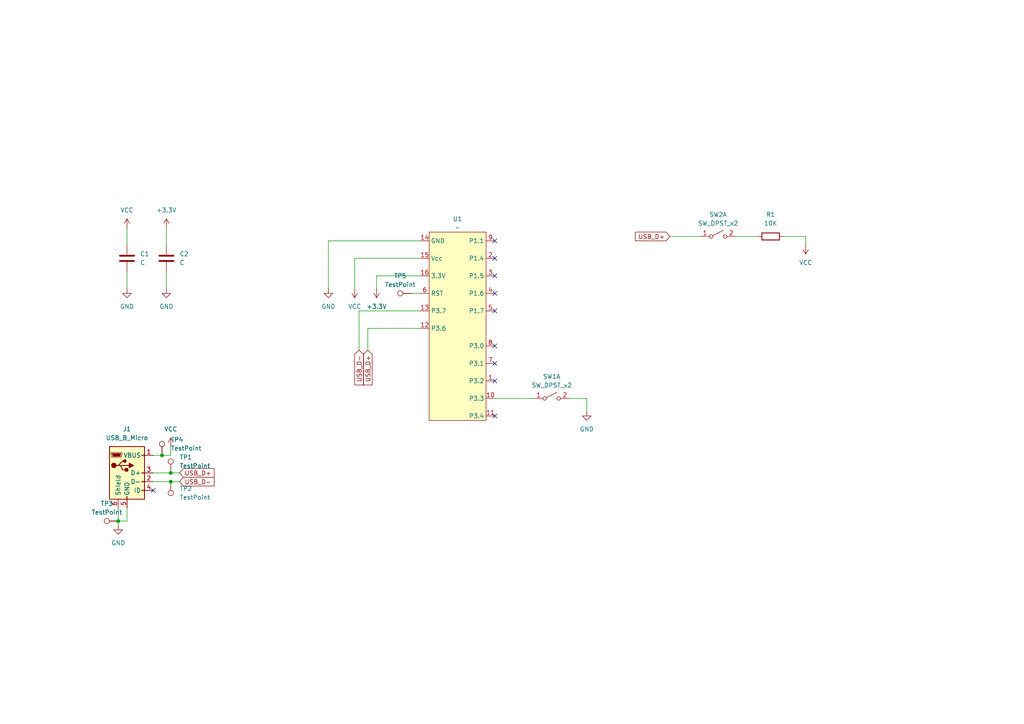
<source format=kicad_sch>
(kicad_sch
	(version 20231120)
	(generator "eeschema")
	(generator_version "8.0")
	(uuid "87a9b217-14e1-4c0f-96ac-c95ab589daac")
	(paper "A4")
	(lib_symbols
		(symbol "Connector:TestPoint"
			(pin_numbers hide)
			(pin_names
				(offset 0.762) hide)
			(exclude_from_sim no)
			(in_bom yes)
			(on_board yes)
			(property "Reference" "TP"
				(at 0 6.858 0)
				(effects
					(font
						(size 1.27 1.27)
					)
				)
			)
			(property "Value" "TestPoint"
				(at 0 5.08 0)
				(effects
					(font
						(size 1.27 1.27)
					)
				)
			)
			(property "Footprint" ""
				(at 5.08 0 0)
				(effects
					(font
						(size 1.27 1.27)
					)
					(hide yes)
				)
			)
			(property "Datasheet" "~"
				(at 5.08 0 0)
				(effects
					(font
						(size 1.27 1.27)
					)
					(hide yes)
				)
			)
			(property "Description" "test point"
				(at 0 0 0)
				(effects
					(font
						(size 1.27 1.27)
					)
					(hide yes)
				)
			)
			(property "ki_keywords" "test point tp"
				(at 0 0 0)
				(effects
					(font
						(size 1.27 1.27)
					)
					(hide yes)
				)
			)
			(property "ki_fp_filters" "Pin* Test*"
				(at 0 0 0)
				(effects
					(font
						(size 1.27 1.27)
					)
					(hide yes)
				)
			)
			(symbol "TestPoint_0_1"
				(circle
					(center 0 3.302)
					(radius 0.762)
					(stroke
						(width 0)
						(type default)
					)
					(fill
						(type none)
					)
				)
			)
			(symbol "TestPoint_1_1"
				(pin passive line
					(at 0 0 90)
					(length 2.54)
					(name "1"
						(effects
							(font
								(size 1.27 1.27)
							)
						)
					)
					(number "1"
						(effects
							(font
								(size 1.27 1.27)
							)
						)
					)
				)
			)
		)
		(symbol "Connector:USB_B_Micro"
			(pin_names
				(offset 1.016)
			)
			(exclude_from_sim no)
			(in_bom yes)
			(on_board yes)
			(property "Reference" "J"
				(at -5.08 11.43 0)
				(effects
					(font
						(size 1.27 1.27)
					)
					(justify left)
				)
			)
			(property "Value" "USB_B_Micro"
				(at -5.08 8.89 0)
				(effects
					(font
						(size 1.27 1.27)
					)
					(justify left)
				)
			)
			(property "Footprint" ""
				(at 3.81 -1.27 0)
				(effects
					(font
						(size 1.27 1.27)
					)
					(hide yes)
				)
			)
			(property "Datasheet" "~"
				(at 3.81 -1.27 0)
				(effects
					(font
						(size 1.27 1.27)
					)
					(hide yes)
				)
			)
			(property "Description" "USB Micro Type B connector"
				(at 0 0 0)
				(effects
					(font
						(size 1.27 1.27)
					)
					(hide yes)
				)
			)
			(property "ki_keywords" "connector USB micro"
				(at 0 0 0)
				(effects
					(font
						(size 1.27 1.27)
					)
					(hide yes)
				)
			)
			(property "ki_fp_filters" "USB*"
				(at 0 0 0)
				(effects
					(font
						(size 1.27 1.27)
					)
					(hide yes)
				)
			)
			(symbol "USB_B_Micro_0_1"
				(rectangle
					(start -5.08 -7.62)
					(end 5.08 7.62)
					(stroke
						(width 0.254)
						(type default)
					)
					(fill
						(type background)
					)
				)
				(circle
					(center -3.81 2.159)
					(radius 0.635)
					(stroke
						(width 0.254)
						(type default)
					)
					(fill
						(type outline)
					)
				)
				(circle
					(center -0.635 3.429)
					(radius 0.381)
					(stroke
						(width 0.254)
						(type default)
					)
					(fill
						(type outline)
					)
				)
				(rectangle
					(start -0.127 -7.62)
					(end 0.127 -6.858)
					(stroke
						(width 0)
						(type default)
					)
					(fill
						(type none)
					)
				)
				(polyline
					(pts
						(xy -1.905 2.159) (xy 0.635 2.159)
					)
					(stroke
						(width 0.254)
						(type default)
					)
					(fill
						(type none)
					)
				)
				(polyline
					(pts
						(xy -3.175 2.159) (xy -2.54 2.159) (xy -1.27 3.429) (xy -0.635 3.429)
					)
					(stroke
						(width 0.254)
						(type default)
					)
					(fill
						(type none)
					)
				)
				(polyline
					(pts
						(xy -2.54 2.159) (xy -1.905 2.159) (xy -1.27 0.889) (xy 0 0.889)
					)
					(stroke
						(width 0.254)
						(type default)
					)
					(fill
						(type none)
					)
				)
				(polyline
					(pts
						(xy 0.635 2.794) (xy 0.635 1.524) (xy 1.905 2.159) (xy 0.635 2.794)
					)
					(stroke
						(width 0.254)
						(type default)
					)
					(fill
						(type outline)
					)
				)
				(polyline
					(pts
						(xy -4.318 5.588) (xy -1.778 5.588) (xy -2.032 4.826) (xy -4.064 4.826) (xy -4.318 5.588)
					)
					(stroke
						(width 0)
						(type default)
					)
					(fill
						(type outline)
					)
				)
				(polyline
					(pts
						(xy -4.699 5.842) (xy -4.699 5.588) (xy -4.445 4.826) (xy -4.445 4.572) (xy -1.651 4.572) (xy -1.651 4.826)
						(xy -1.397 5.588) (xy -1.397 5.842) (xy -4.699 5.842)
					)
					(stroke
						(width 0)
						(type default)
					)
					(fill
						(type none)
					)
				)
				(rectangle
					(start 0.254 1.27)
					(end -0.508 0.508)
					(stroke
						(width 0.254)
						(type default)
					)
					(fill
						(type outline)
					)
				)
				(rectangle
					(start 5.08 -5.207)
					(end 4.318 -4.953)
					(stroke
						(width 0)
						(type default)
					)
					(fill
						(type none)
					)
				)
				(rectangle
					(start 5.08 -2.667)
					(end 4.318 -2.413)
					(stroke
						(width 0)
						(type default)
					)
					(fill
						(type none)
					)
				)
				(rectangle
					(start 5.08 -0.127)
					(end 4.318 0.127)
					(stroke
						(width 0)
						(type default)
					)
					(fill
						(type none)
					)
				)
				(rectangle
					(start 5.08 4.953)
					(end 4.318 5.207)
					(stroke
						(width 0)
						(type default)
					)
					(fill
						(type none)
					)
				)
			)
			(symbol "USB_B_Micro_1_1"
				(pin power_out line
					(at 7.62 5.08 180)
					(length 2.54)
					(name "VBUS"
						(effects
							(font
								(size 1.27 1.27)
							)
						)
					)
					(number "1"
						(effects
							(font
								(size 1.27 1.27)
							)
						)
					)
				)
				(pin bidirectional line
					(at 7.62 -2.54 180)
					(length 2.54)
					(name "D-"
						(effects
							(font
								(size 1.27 1.27)
							)
						)
					)
					(number "2"
						(effects
							(font
								(size 1.27 1.27)
							)
						)
					)
				)
				(pin bidirectional line
					(at 7.62 0 180)
					(length 2.54)
					(name "D+"
						(effects
							(font
								(size 1.27 1.27)
							)
						)
					)
					(number "3"
						(effects
							(font
								(size 1.27 1.27)
							)
						)
					)
				)
				(pin passive line
					(at 7.62 -5.08 180)
					(length 2.54)
					(name "ID"
						(effects
							(font
								(size 1.27 1.27)
							)
						)
					)
					(number "4"
						(effects
							(font
								(size 1.27 1.27)
							)
						)
					)
				)
				(pin power_out line
					(at 0 -10.16 90)
					(length 2.54)
					(name "GND"
						(effects
							(font
								(size 1.27 1.27)
							)
						)
					)
					(number "5"
						(effects
							(font
								(size 1.27 1.27)
							)
						)
					)
				)
				(pin passive line
					(at -2.54 -10.16 90)
					(length 2.54)
					(name "Shield"
						(effects
							(font
								(size 1.27 1.27)
							)
						)
					)
					(number "6"
						(effects
							(font
								(size 1.27 1.27)
							)
						)
					)
				)
			)
		)
		(symbol "Device:C"
			(pin_numbers hide)
			(pin_names
				(offset 0.254)
			)
			(exclude_from_sim no)
			(in_bom yes)
			(on_board yes)
			(property "Reference" "C"
				(at 0.635 2.54 0)
				(effects
					(font
						(size 1.27 1.27)
					)
					(justify left)
				)
			)
			(property "Value" "C"
				(at 0.635 -2.54 0)
				(effects
					(font
						(size 1.27 1.27)
					)
					(justify left)
				)
			)
			(property "Footprint" ""
				(at 0.9652 -3.81 0)
				(effects
					(font
						(size 1.27 1.27)
					)
					(hide yes)
				)
			)
			(property "Datasheet" "~"
				(at 0 0 0)
				(effects
					(font
						(size 1.27 1.27)
					)
					(hide yes)
				)
			)
			(property "Description" "Unpolarized capacitor"
				(at 0 0 0)
				(effects
					(font
						(size 1.27 1.27)
					)
					(hide yes)
				)
			)
			(property "ki_keywords" "cap capacitor"
				(at 0 0 0)
				(effects
					(font
						(size 1.27 1.27)
					)
					(hide yes)
				)
			)
			(property "ki_fp_filters" "C_*"
				(at 0 0 0)
				(effects
					(font
						(size 1.27 1.27)
					)
					(hide yes)
				)
			)
			(symbol "C_0_1"
				(polyline
					(pts
						(xy -2.032 -0.762) (xy 2.032 -0.762)
					)
					(stroke
						(width 0.508)
						(type default)
					)
					(fill
						(type none)
					)
				)
				(polyline
					(pts
						(xy -2.032 0.762) (xy 2.032 0.762)
					)
					(stroke
						(width 0.508)
						(type default)
					)
					(fill
						(type none)
					)
				)
			)
			(symbol "C_1_1"
				(pin passive line
					(at 0 3.81 270)
					(length 2.794)
					(name "~"
						(effects
							(font
								(size 1.27 1.27)
							)
						)
					)
					(number "1"
						(effects
							(font
								(size 1.27 1.27)
							)
						)
					)
				)
				(pin passive line
					(at 0 -3.81 90)
					(length 2.794)
					(name "~"
						(effects
							(font
								(size 1.27 1.27)
							)
						)
					)
					(number "2"
						(effects
							(font
								(size 1.27 1.27)
							)
						)
					)
				)
			)
		)
		(symbol "Device:R"
			(pin_numbers hide)
			(pin_names
				(offset 0)
			)
			(exclude_from_sim no)
			(in_bom yes)
			(on_board yes)
			(property "Reference" "R"
				(at 2.032 0 90)
				(effects
					(font
						(size 1.27 1.27)
					)
				)
			)
			(property "Value" "R"
				(at 0 0 90)
				(effects
					(font
						(size 1.27 1.27)
					)
				)
			)
			(property "Footprint" ""
				(at -1.778 0 90)
				(effects
					(font
						(size 1.27 1.27)
					)
					(hide yes)
				)
			)
			(property "Datasheet" "~"
				(at 0 0 0)
				(effects
					(font
						(size 1.27 1.27)
					)
					(hide yes)
				)
			)
			(property "Description" "Resistor"
				(at 0 0 0)
				(effects
					(font
						(size 1.27 1.27)
					)
					(hide yes)
				)
			)
			(property "ki_keywords" "R res resistor"
				(at 0 0 0)
				(effects
					(font
						(size 1.27 1.27)
					)
					(hide yes)
				)
			)
			(property "ki_fp_filters" "R_*"
				(at 0 0 0)
				(effects
					(font
						(size 1.27 1.27)
					)
					(hide yes)
				)
			)
			(symbol "R_0_1"
				(rectangle
					(start -1.016 -2.54)
					(end 1.016 2.54)
					(stroke
						(width 0.254)
						(type default)
					)
					(fill
						(type none)
					)
				)
			)
			(symbol "R_1_1"
				(pin passive line
					(at 0 3.81 270)
					(length 1.27)
					(name "~"
						(effects
							(font
								(size 1.27 1.27)
							)
						)
					)
					(number "1"
						(effects
							(font
								(size 1.27 1.27)
							)
						)
					)
				)
				(pin passive line
					(at 0 -3.81 90)
					(length 1.27)
					(name "~"
						(effects
							(font
								(size 1.27 1.27)
							)
						)
					)
					(number "2"
						(effects
							(font
								(size 1.27 1.27)
							)
						)
					)
				)
			)
		)
		(symbol "Switch:SW_DPST_x2"
			(pin_names
				(offset 0) hide)
			(exclude_from_sim no)
			(in_bom yes)
			(on_board yes)
			(property "Reference" "SW"
				(at 0 3.175 0)
				(effects
					(font
						(size 1.27 1.27)
					)
				)
			)
			(property "Value" "SW_DPST_x2"
				(at 0 -2.54 0)
				(effects
					(font
						(size 1.27 1.27)
					)
				)
			)
			(property "Footprint" ""
				(at 0 0 0)
				(effects
					(font
						(size 1.27 1.27)
					)
					(hide yes)
				)
			)
			(property "Datasheet" "~"
				(at 0 0 0)
				(effects
					(font
						(size 1.27 1.27)
					)
					(hide yes)
				)
			)
			(property "Description" "Single Pole Single Throw (SPST) switch, separate symbol"
				(at 0 0 0)
				(effects
					(font
						(size 1.27 1.27)
					)
					(hide yes)
				)
			)
			(property "ki_keywords" "switch lever"
				(at 0 0 0)
				(effects
					(font
						(size 1.27 1.27)
					)
					(hide yes)
				)
			)
			(symbol "SW_DPST_x2_0_0"
				(circle
					(center -2.032 0)
					(radius 0.508)
					(stroke
						(width 0)
						(type default)
					)
					(fill
						(type none)
					)
				)
				(polyline
					(pts
						(xy -1.524 0.254) (xy 1.524 1.778)
					)
					(stroke
						(width 0)
						(type default)
					)
					(fill
						(type none)
					)
				)
				(circle
					(center 2.032 0)
					(radius 0.508)
					(stroke
						(width 0)
						(type default)
					)
					(fill
						(type none)
					)
				)
			)
			(symbol "SW_DPST_x2_1_1"
				(pin passive line
					(at -5.08 0 0)
					(length 2.54)
					(name "A"
						(effects
							(font
								(size 1.27 1.27)
							)
						)
					)
					(number "1"
						(effects
							(font
								(size 1.27 1.27)
							)
						)
					)
				)
				(pin passive line
					(at 5.08 0 180)
					(length 2.54)
					(name "B"
						(effects
							(font
								(size 1.27 1.27)
							)
						)
					)
					(number "2"
						(effects
							(font
								(size 1.27 1.27)
							)
						)
					)
				)
			)
			(symbol "SW_DPST_x2_2_1"
				(pin passive line
					(at -5.08 0 0)
					(length 2.54)
					(name "A"
						(effects
							(font
								(size 1.27 1.27)
							)
						)
					)
					(number "3"
						(effects
							(font
								(size 1.27 1.27)
							)
						)
					)
				)
				(pin passive line
					(at 5.08 0 180)
					(length 2.54)
					(name "B"
						(effects
							(font
								(size 1.27 1.27)
							)
						)
					)
					(number "4"
						(effects
							(font
								(size 1.27 1.27)
							)
						)
					)
				)
			)
		)
		(symbol "lib:CH552G"
			(exclude_from_sim no)
			(in_bom yes)
			(on_board yes)
			(property "Reference" "U"
				(at 0 0 0)
				(effects
					(font
						(size 1.27 1.27)
					)
				)
			)
			(property "Value" ""
				(at 0 0 0)
				(effects
					(font
						(size 1.27 1.27)
					)
				)
			)
			(property "Footprint" ""
				(at 0 0 0)
				(effects
					(font
						(size 1.27 1.27)
					)
					(hide yes)
				)
			)
			(property "Datasheet" ""
				(at 0 0 0)
				(effects
					(font
						(size 1.27 1.27)
					)
					(hide yes)
				)
			)
			(property "Description" ""
				(at 0 0 0)
				(effects
					(font
						(size 1.27 1.27)
					)
					(hide yes)
				)
			)
			(symbol "CH552G_1_1"
				(rectangle
					(start -17.78 -3.81)
					(end -1.27 -58.42)
					(stroke
						(width 0)
						(type default)
					)
					(fill
						(type background)
					)
				)
				(pin bidirectional line
					(at 1.27 -46.99 180)
					(length 2.54)
					(name "P3.2"
						(effects
							(font
								(size 1.27 1.27)
							)
						)
					)
					(number "1"
						(effects
							(font
								(size 1.27 1.27)
							)
						)
					)
				)
				(pin bidirectional line
					(at 1.27 -52.07 180)
					(length 2.54)
					(name "P3.3"
						(effects
							(font
								(size 1.27 1.27)
							)
						)
					)
					(number "10"
						(effects
							(font
								(size 1.27 1.27)
							)
						)
					)
				)
				(pin bidirectional line
					(at 1.27 -57.15 180)
					(length 2.54)
					(name "P3.4"
						(effects
							(font
								(size 1.27 1.27)
							)
						)
					)
					(number "11"
						(effects
							(font
								(size 1.27 1.27)
							)
						)
					)
				)
				(pin bidirectional line
					(at -20.32 -31.75 0)
					(length 2.54)
					(name "P3.6"
						(effects
							(font
								(size 1.27 1.27)
							)
						)
					)
					(number "12"
						(effects
							(font
								(size 1.27 1.27)
							)
						)
					)
				)
				(pin bidirectional line
					(at -20.32 -26.67 0)
					(length 2.54)
					(name "P3.7"
						(effects
							(font
								(size 1.27 1.27)
							)
						)
					)
					(number "13"
						(effects
							(font
								(size 1.27 1.27)
							)
						)
					)
				)
				(pin bidirectional line
					(at -20.32 -6.35 0)
					(length 2.54)
					(name "GND"
						(effects
							(font
								(size 1.27 1.27)
							)
						)
					)
					(number "14"
						(effects
							(font
								(size 1.27 1.27)
							)
						)
					)
				)
				(pin input line
					(at -20.32 -11.43 0)
					(length 2.54)
					(name "Vcc"
						(effects
							(font
								(size 1.27 1.27)
							)
						)
					)
					(number "15"
						(effects
							(font
								(size 1.27 1.27)
							)
						)
					)
				)
				(pin output line
					(at -20.32 -16.51 0)
					(length 2.54)
					(name "3.3V"
						(effects
							(font
								(size 1.27 1.27)
							)
						)
					)
					(number "16"
						(effects
							(font
								(size 1.27 1.27)
							)
						)
					)
				)
				(pin bidirectional line
					(at 1.27 -11.43 180)
					(length 2.54)
					(name "P1.4"
						(effects
							(font
								(size 1.27 1.27)
							)
						)
					)
					(number "2"
						(effects
							(font
								(size 1.27 1.27)
							)
						)
					)
				)
				(pin bidirectional line
					(at 1.27 -16.51 180)
					(length 2.54)
					(name "P1.5"
						(effects
							(font
								(size 1.27 1.27)
							)
						)
					)
					(number "3"
						(effects
							(font
								(size 1.27 1.27)
							)
						)
					)
				)
				(pin bidirectional line
					(at 1.27 -21.59 180)
					(length 2.54)
					(name "P1.6"
						(effects
							(font
								(size 1.27 1.27)
							)
						)
					)
					(number "4"
						(effects
							(font
								(size 1.27 1.27)
							)
						)
					)
				)
				(pin bidirectional line
					(at 1.27 -26.67 180)
					(length 2.54)
					(name "P1.7"
						(effects
							(font
								(size 1.27 1.27)
							)
						)
					)
					(number "5"
						(effects
							(font
								(size 1.27 1.27)
							)
						)
					)
				)
				(pin input line
					(at -20.32 -21.59 0)
					(length 2.54)
					(name "RST"
						(effects
							(font
								(size 1.27 1.27)
							)
						)
					)
					(number "6"
						(effects
							(font
								(size 1.27 1.27)
							)
						)
					)
				)
				(pin bidirectional line
					(at 1.27 -41.91 180)
					(length 2.54)
					(name "P3.1"
						(effects
							(font
								(size 1.27 1.27)
							)
						)
					)
					(number "7"
						(effects
							(font
								(size 1.27 1.27)
							)
						)
					)
				)
				(pin bidirectional line
					(at 1.27 -36.83 180)
					(length 2.54)
					(name "P3.0"
						(effects
							(font
								(size 1.27 1.27)
							)
						)
					)
					(number "8"
						(effects
							(font
								(size 1.27 1.27)
							)
						)
					)
				)
				(pin bidirectional line
					(at 1.27 -6.35 180)
					(length 2.54)
					(name "P1.1"
						(effects
							(font
								(size 1.27 1.27)
							)
						)
					)
					(number "9"
						(effects
							(font
								(size 1.27 1.27)
							)
						)
					)
				)
			)
		)
		(symbol "power:+3.3V"
			(power)
			(pin_numbers hide)
			(pin_names
				(offset 0) hide)
			(exclude_from_sim no)
			(in_bom yes)
			(on_board yes)
			(property "Reference" "#PWR"
				(at 0 -3.81 0)
				(effects
					(font
						(size 1.27 1.27)
					)
					(hide yes)
				)
			)
			(property "Value" "+3.3V"
				(at 0 3.556 0)
				(effects
					(font
						(size 1.27 1.27)
					)
				)
			)
			(property "Footprint" ""
				(at 0 0 0)
				(effects
					(font
						(size 1.27 1.27)
					)
					(hide yes)
				)
			)
			(property "Datasheet" ""
				(at 0 0 0)
				(effects
					(font
						(size 1.27 1.27)
					)
					(hide yes)
				)
			)
			(property "Description" "Power symbol creates a global label with name \"+3.3V\""
				(at 0 0 0)
				(effects
					(font
						(size 1.27 1.27)
					)
					(hide yes)
				)
			)
			(property "ki_keywords" "global power"
				(at 0 0 0)
				(effects
					(font
						(size 1.27 1.27)
					)
					(hide yes)
				)
			)
			(symbol "+3.3V_0_1"
				(polyline
					(pts
						(xy -0.762 1.27) (xy 0 2.54)
					)
					(stroke
						(width 0)
						(type default)
					)
					(fill
						(type none)
					)
				)
				(polyline
					(pts
						(xy 0 0) (xy 0 2.54)
					)
					(stroke
						(width 0)
						(type default)
					)
					(fill
						(type none)
					)
				)
				(polyline
					(pts
						(xy 0 2.54) (xy 0.762 1.27)
					)
					(stroke
						(width 0)
						(type default)
					)
					(fill
						(type none)
					)
				)
			)
			(symbol "+3.3V_1_1"
				(pin power_in line
					(at 0 0 90)
					(length 0)
					(name "~"
						(effects
							(font
								(size 1.27 1.27)
							)
						)
					)
					(number "1"
						(effects
							(font
								(size 1.27 1.27)
							)
						)
					)
				)
			)
		)
		(symbol "power:GND"
			(power)
			(pin_numbers hide)
			(pin_names
				(offset 0) hide)
			(exclude_from_sim no)
			(in_bom yes)
			(on_board yes)
			(property "Reference" "#PWR"
				(at 0 -6.35 0)
				(effects
					(font
						(size 1.27 1.27)
					)
					(hide yes)
				)
			)
			(property "Value" "GND"
				(at 0 -3.81 0)
				(effects
					(font
						(size 1.27 1.27)
					)
				)
			)
			(property "Footprint" ""
				(at 0 0 0)
				(effects
					(font
						(size 1.27 1.27)
					)
					(hide yes)
				)
			)
			(property "Datasheet" ""
				(at 0 0 0)
				(effects
					(font
						(size 1.27 1.27)
					)
					(hide yes)
				)
			)
			(property "Description" "Power symbol creates a global label with name \"GND\" , ground"
				(at 0 0 0)
				(effects
					(font
						(size 1.27 1.27)
					)
					(hide yes)
				)
			)
			(property "ki_keywords" "global power"
				(at 0 0 0)
				(effects
					(font
						(size 1.27 1.27)
					)
					(hide yes)
				)
			)
			(symbol "GND_0_1"
				(polyline
					(pts
						(xy 0 0) (xy 0 -1.27) (xy 1.27 -1.27) (xy 0 -2.54) (xy -1.27 -1.27) (xy 0 -1.27)
					)
					(stroke
						(width 0)
						(type default)
					)
					(fill
						(type none)
					)
				)
			)
			(symbol "GND_1_1"
				(pin power_in line
					(at 0 0 270)
					(length 0)
					(name "~"
						(effects
							(font
								(size 1.27 1.27)
							)
						)
					)
					(number "1"
						(effects
							(font
								(size 1.27 1.27)
							)
						)
					)
				)
			)
		)
		(symbol "power:VCC"
			(power)
			(pin_numbers hide)
			(pin_names
				(offset 0) hide)
			(exclude_from_sim no)
			(in_bom yes)
			(on_board yes)
			(property "Reference" "#PWR"
				(at 0 -3.81 0)
				(effects
					(font
						(size 1.27 1.27)
					)
					(hide yes)
				)
			)
			(property "Value" "VCC"
				(at 0 3.556 0)
				(effects
					(font
						(size 1.27 1.27)
					)
				)
			)
			(property "Footprint" ""
				(at 0 0 0)
				(effects
					(font
						(size 1.27 1.27)
					)
					(hide yes)
				)
			)
			(property "Datasheet" ""
				(at 0 0 0)
				(effects
					(font
						(size 1.27 1.27)
					)
					(hide yes)
				)
			)
			(property "Description" "Power symbol creates a global label with name \"VCC\""
				(at 0 0 0)
				(effects
					(font
						(size 1.27 1.27)
					)
					(hide yes)
				)
			)
			(property "ki_keywords" "global power"
				(at 0 0 0)
				(effects
					(font
						(size 1.27 1.27)
					)
					(hide yes)
				)
			)
			(symbol "VCC_0_1"
				(polyline
					(pts
						(xy -0.762 1.27) (xy 0 2.54)
					)
					(stroke
						(width 0)
						(type default)
					)
					(fill
						(type none)
					)
				)
				(polyline
					(pts
						(xy 0 0) (xy 0 2.54)
					)
					(stroke
						(width 0)
						(type default)
					)
					(fill
						(type none)
					)
				)
				(polyline
					(pts
						(xy 0 2.54) (xy 0.762 1.27)
					)
					(stroke
						(width 0)
						(type default)
					)
					(fill
						(type none)
					)
				)
			)
			(symbol "VCC_1_1"
				(pin power_in line
					(at 0 0 90)
					(length 0)
					(name "~"
						(effects
							(font
								(size 1.27 1.27)
							)
						)
					)
					(number "1"
						(effects
							(font
								(size 1.27 1.27)
							)
						)
					)
				)
			)
		)
	)
	(junction
		(at 34.29 151.13)
		(diameter 0)
		(color 0 0 0 0)
		(uuid "140f6d51-1681-438e-952a-5d16c55398e2")
	)
	(junction
		(at 46.99 132.08)
		(diameter 0)
		(color 0 0 0 0)
		(uuid "453fc827-db41-4929-ae8d-a78be5a8ecbc")
	)
	(junction
		(at 49.53 137.16)
		(diameter 0)
		(color 0 0 0 0)
		(uuid "7506ea3d-e6f2-437d-9458-79dd5d3dee09")
	)
	(junction
		(at 49.53 139.7)
		(diameter 0)
		(color 0 0 0 0)
		(uuid "8c05aefa-cd20-4054-b26e-7eb01baa92b6")
	)
	(no_connect
		(at 143.51 80.01)
		(uuid "0e92c5de-34c5-4ff4-9ba3-51504ce73a1d")
	)
	(no_connect
		(at 143.51 120.65)
		(uuid "1301b090-95e3-40ab-b192-229c88e3fa9d")
	)
	(no_connect
		(at 143.51 85.09)
		(uuid "1dc98671-5444-4e35-a087-e88529686405")
	)
	(no_connect
		(at 143.51 69.85)
		(uuid "3e85210d-6281-4c88-84d9-287dfbdb55d7")
	)
	(no_connect
		(at 143.51 100.33)
		(uuid "464388e8-bdf5-4427-8b56-eef435da06eb")
	)
	(no_connect
		(at 143.51 105.41)
		(uuid "61384e8d-f8d6-454e-b068-5260f36e91c6")
	)
	(no_connect
		(at 143.51 74.93)
		(uuid "71f03ccf-fe5f-4282-a0d7-09241db87b52")
	)
	(no_connect
		(at 143.51 110.49)
		(uuid "98b2aea0-0fc2-4eb7-a4bb-d75031aa0587")
	)
	(no_connect
		(at 44.45 142.24)
		(uuid "cf6de2ba-95b9-4f5f-b64e-4e20e6d34ec7")
	)
	(no_connect
		(at 143.51 90.17)
		(uuid "f79cf8f5-d7d5-493b-a380-16aef1412c9e")
	)
	(wire
		(pts
			(xy 49.53 129.54) (xy 49.53 132.08)
		)
		(stroke
			(width 0)
			(type default)
		)
		(uuid "01c98b9c-b65f-45f6-9a8d-8f5c034b6de4")
	)
	(wire
		(pts
			(xy 102.87 83.82) (xy 102.87 74.93)
		)
		(stroke
			(width 0)
			(type default)
		)
		(uuid "082b83e2-aae5-4670-ab17-d04d728be202")
	)
	(wire
		(pts
			(xy 121.92 90.17) (xy 104.14 90.17)
		)
		(stroke
			(width 0)
			(type default)
		)
		(uuid "0a5a45de-1204-4075-aebb-9886cb69f8fc")
	)
	(wire
		(pts
			(xy 34.29 147.32) (xy 34.29 151.13)
		)
		(stroke
			(width 0)
			(type default)
		)
		(uuid "281d4a38-d851-4a6d-a597-8afddcad84d2")
	)
	(wire
		(pts
			(xy 109.22 83.82) (xy 109.22 80.01)
		)
		(stroke
			(width 0)
			(type default)
		)
		(uuid "33842c77-0dd5-47c9-91f6-0b42cdbf529a")
	)
	(wire
		(pts
			(xy 106.68 95.25) (xy 106.68 101.6)
		)
		(stroke
			(width 0)
			(type default)
		)
		(uuid "376ea5e0-3ef6-4b99-8738-044dc49c6ffb")
	)
	(wire
		(pts
			(xy 170.18 115.57) (xy 165.1 115.57)
		)
		(stroke
			(width 0)
			(type default)
		)
		(uuid "39b8fbf5-1b42-43b4-bce1-16dd0db7a16f")
	)
	(wire
		(pts
			(xy 95.25 83.82) (xy 95.25 69.85)
		)
		(stroke
			(width 0)
			(type default)
		)
		(uuid "3b78fee7-45d7-416b-a98f-e510358a0ea2")
	)
	(wire
		(pts
			(xy 48.26 66.04) (xy 48.26 71.12)
		)
		(stroke
			(width 0)
			(type default)
		)
		(uuid "43e55e88-8cc0-418f-be98-47deb3508fe4")
	)
	(wire
		(pts
			(xy 213.36 68.58) (xy 219.71 68.58)
		)
		(stroke
			(width 0)
			(type default)
		)
		(uuid "47469f27-81d2-464d-b780-833be20498e3")
	)
	(wire
		(pts
			(xy 119.38 85.09) (xy 121.92 85.09)
		)
		(stroke
			(width 0)
			(type default)
		)
		(uuid "51cb07c0-84cd-40d5-b409-e756f4e6ff23")
	)
	(wire
		(pts
			(xy 48.26 78.74) (xy 48.26 83.82)
		)
		(stroke
			(width 0)
			(type default)
		)
		(uuid "553cbd4a-1a23-4798-9d14-537760efe4a5")
	)
	(wire
		(pts
			(xy 34.29 151.13) (xy 34.29 152.4)
		)
		(stroke
			(width 0)
			(type default)
		)
		(uuid "576a7266-7cab-4ced-af26-ebfa80676566")
	)
	(wire
		(pts
			(xy 49.53 139.7) (xy 52.07 139.7)
		)
		(stroke
			(width 0)
			(type default)
		)
		(uuid "58497ac9-5f93-4ec4-b9ea-fe2b22ca817b")
	)
	(wire
		(pts
			(xy 233.68 68.58) (xy 227.33 68.58)
		)
		(stroke
			(width 0)
			(type default)
		)
		(uuid "61894f93-de6e-4e3f-9c25-c643bf140a66")
	)
	(wire
		(pts
			(xy 109.22 80.01) (xy 121.92 80.01)
		)
		(stroke
			(width 0)
			(type default)
		)
		(uuid "65dc2ab8-9780-4da1-a735-9bb197a01ade")
	)
	(wire
		(pts
			(xy 170.18 119.38) (xy 170.18 115.57)
		)
		(stroke
			(width 0)
			(type default)
		)
		(uuid "6d64d484-ffa4-429a-b0b0-005ea17ff3b5")
	)
	(wire
		(pts
			(xy 36.83 78.74) (xy 36.83 83.82)
		)
		(stroke
			(width 0)
			(type default)
		)
		(uuid "6e1dff1b-1600-4b83-a0c4-c5fd9bc0ca18")
	)
	(wire
		(pts
			(xy 143.51 115.57) (xy 154.94 115.57)
		)
		(stroke
			(width 0)
			(type default)
		)
		(uuid "6e585759-7a93-41a1-93fd-bfc99b1671da")
	)
	(wire
		(pts
			(xy 36.83 66.04) (xy 36.83 71.12)
		)
		(stroke
			(width 0)
			(type default)
		)
		(uuid "72fb480a-6e2c-4c53-869d-6327bd71bb52")
	)
	(wire
		(pts
			(xy 49.53 137.16) (xy 52.07 137.16)
		)
		(stroke
			(width 0)
			(type default)
		)
		(uuid "90a09c12-afe3-44ec-a087-6f3e8bffb54b")
	)
	(wire
		(pts
			(xy 44.45 139.7) (xy 49.53 139.7)
		)
		(stroke
			(width 0)
			(type default)
		)
		(uuid "98e67bae-e76d-4a1d-9eef-09b252f07a9d")
	)
	(wire
		(pts
			(xy 46.99 132.08) (xy 44.45 132.08)
		)
		(stroke
			(width 0)
			(type default)
		)
		(uuid "9d3a5e4e-7b07-480e-83c0-b9a18ca832ee")
	)
	(wire
		(pts
			(xy 44.45 137.16) (xy 49.53 137.16)
		)
		(stroke
			(width 0)
			(type default)
		)
		(uuid "a7b2526b-80b5-48f3-b8a8-ac17d3ebda06")
	)
	(wire
		(pts
			(xy 49.53 132.08) (xy 46.99 132.08)
		)
		(stroke
			(width 0)
			(type default)
		)
		(uuid "a7fc6dd3-6df5-46b3-ac74-f6f4e32d7e4d")
	)
	(wire
		(pts
			(xy 95.25 69.85) (xy 121.92 69.85)
		)
		(stroke
			(width 0)
			(type default)
		)
		(uuid "adf3a07f-7b14-45ae-9182-7bd1a1c0b8ef")
	)
	(wire
		(pts
			(xy 233.68 71.12) (xy 233.68 68.58)
		)
		(stroke
			(width 0)
			(type default)
		)
		(uuid "b294b134-d9f0-4bfd-9cd0-db0b8185175a")
	)
	(wire
		(pts
			(xy 121.92 95.25) (xy 106.68 95.25)
		)
		(stroke
			(width 0)
			(type default)
		)
		(uuid "be269f6f-9135-4641-83ce-8359529debb4")
	)
	(wire
		(pts
			(xy 104.14 90.17) (xy 104.14 101.6)
		)
		(stroke
			(width 0)
			(type default)
		)
		(uuid "e5445a10-4500-4baf-9079-e053abbb39b9")
	)
	(wire
		(pts
			(xy 34.29 151.13) (xy 36.83 151.13)
		)
		(stroke
			(width 0)
			(type default)
		)
		(uuid "e6cfc9b6-4fd9-45ec-a4aa-002317b827fd")
	)
	(wire
		(pts
			(xy 102.87 74.93) (xy 121.92 74.93)
		)
		(stroke
			(width 0)
			(type default)
		)
		(uuid "e8d53595-342c-4304-a142-092864e2a0e6")
	)
	(wire
		(pts
			(xy 36.83 151.13) (xy 36.83 147.32)
		)
		(stroke
			(width 0)
			(type default)
		)
		(uuid "e97322b0-0edd-484b-b07f-2a4ed168fe86")
	)
	(wire
		(pts
			(xy 194.31 68.58) (xy 203.2 68.58)
		)
		(stroke
			(width 0)
			(type default)
		)
		(uuid "f8053f49-a5f3-49db-a9ff-c3cc628f7b93")
	)
	(global_label "USB_D-"
		(shape input)
		(at 104.14 101.6 270)
		(fields_autoplaced yes)
		(effects
			(font
				(size 1.27 1.27)
			)
			(justify right)
		)
		(uuid "0115cad1-dbdb-4b19-a035-970cce487e84")
		(property "Intersheetrefs" "${INTERSHEET_REFS}"
			(at 104.14 112.2052 90)
			(effects
				(font
					(size 1.27 1.27)
				)
				(justify right)
				(hide yes)
			)
		)
	)
	(global_label "USB_D-"
		(shape input)
		(at 52.07 139.7 0)
		(fields_autoplaced yes)
		(effects
			(font
				(size 1.27 1.27)
			)
			(justify left)
		)
		(uuid "0a789282-2084-4fec-a59d-42921d73e5a3")
		(property "Intersheetrefs" "${INTERSHEET_REFS}"
			(at 62.6752 139.7 0)
			(effects
				(font
					(size 1.27 1.27)
				)
				(justify left)
				(hide yes)
			)
		)
	)
	(global_label "USB_D+"
		(shape input)
		(at 52.07 137.16 0)
		(fields_autoplaced yes)
		(effects
			(font
				(size 1.27 1.27)
			)
			(justify left)
		)
		(uuid "33a349ba-399b-4d19-963e-7fb962786e90")
		(property "Intersheetrefs" "${INTERSHEET_REFS}"
			(at 62.6752 137.16 0)
			(effects
				(font
					(size 1.27 1.27)
				)
				(justify left)
				(hide yes)
			)
		)
	)
	(global_label "USB_D+"
		(shape input)
		(at 194.31 68.58 180)
		(fields_autoplaced yes)
		(effects
			(font
				(size 1.27 1.27)
			)
			(justify right)
		)
		(uuid "c6981d63-1c03-448a-82a9-16fad8e4340a")
		(property "Intersheetrefs" "${INTERSHEET_REFS}"
			(at 183.7048 68.58 0)
			(effects
				(font
					(size 1.27 1.27)
				)
				(justify right)
				(hide yes)
			)
		)
	)
	(global_label "USB_D+"
		(shape input)
		(at 106.68 101.6 270)
		(fields_autoplaced yes)
		(effects
			(font
				(size 1.27 1.27)
			)
			(justify right)
		)
		(uuid "f0deff46-7615-4fd4-b216-e40ad3ef663b")
		(property "Intersheetrefs" "${INTERSHEET_REFS}"
			(at 106.68 112.2052 90)
			(effects
				(font
					(size 1.27 1.27)
				)
				(justify right)
				(hide yes)
			)
		)
	)
	(symbol
		(lib_id "power:VCC")
		(at 233.68 71.12 180)
		(unit 1)
		(exclude_from_sim no)
		(in_bom yes)
		(on_board yes)
		(dnp no)
		(fields_autoplaced yes)
		(uuid "0b0b5387-be77-4b9c-a5f5-1eb49a0e75e7")
		(property "Reference" "#PWR09"
			(at 233.68 67.31 0)
			(effects
				(font
					(size 1.27 1.27)
				)
				(hide yes)
			)
		)
		(property "Value" "VCC"
			(at 233.68 76.2 0)
			(effects
				(font
					(size 1.27 1.27)
				)
			)
		)
		(property "Footprint" ""
			(at 233.68 71.12 0)
			(effects
				(font
					(size 1.27 1.27)
				)
				(hide yes)
			)
		)
		(property "Datasheet" ""
			(at 233.68 71.12 0)
			(effects
				(font
					(size 1.27 1.27)
				)
				(hide yes)
			)
		)
		(property "Description" "Power symbol creates a global label with name \"VCC\""
			(at 233.68 71.12 0)
			(effects
				(font
					(size 1.27 1.27)
				)
				(hide yes)
			)
		)
		(pin "1"
			(uuid "57cef60c-2377-4760-a300-0b931dd37ef7")
		)
		(instances
			(project "morse_code_keyboard"
				(path "/87a9b217-14e1-4c0f-96ac-c95ab589daac"
					(reference "#PWR09")
					(unit 1)
				)
			)
		)
	)
	(symbol
		(lib_id "Connector:TestPoint")
		(at 119.38 85.09 90)
		(unit 1)
		(exclude_from_sim no)
		(in_bom yes)
		(on_board yes)
		(dnp no)
		(fields_autoplaced yes)
		(uuid "118b2b07-cd67-492e-bb3c-1e5fdd2b028f")
		(property "Reference" "TP5"
			(at 116.078 80.01 90)
			(effects
				(font
					(size 1.27 1.27)
				)
			)
		)
		(property "Value" "TestPoint"
			(at 116.078 82.55 90)
			(effects
				(font
					(size 1.27 1.27)
				)
			)
		)
		(property "Footprint" "TestPoint:TestPoint_Pad_D1.0mm"
			(at 119.38 80.01 0)
			(effects
				(font
					(size 1.27 1.27)
				)
				(hide yes)
			)
		)
		(property "Datasheet" "~"
			(at 119.38 80.01 0)
			(effects
				(font
					(size 1.27 1.27)
				)
				(hide yes)
			)
		)
		(property "Description" "test point"
			(at 119.38 85.09 0)
			(effects
				(font
					(size 1.27 1.27)
				)
				(hide yes)
			)
		)
		(pin "1"
			(uuid "f3ae16a1-2e2b-4b20-88b0-3d94d630163d")
		)
		(instances
			(project "morse_code_keyboard"
				(path "/87a9b217-14e1-4c0f-96ac-c95ab589daac"
					(reference "TP5")
					(unit 1)
				)
			)
		)
	)
	(symbol
		(lib_id "power:GND")
		(at 170.18 119.38 0)
		(unit 1)
		(exclude_from_sim no)
		(in_bom yes)
		(on_board yes)
		(dnp no)
		(fields_autoplaced yes)
		(uuid "2fb0a63c-6d44-4c02-9e7c-999ce8e1bba7")
		(property "Reference" "#PWR01"
			(at 170.18 125.73 0)
			(effects
				(font
					(size 1.27 1.27)
				)
				(hide yes)
			)
		)
		(property "Value" "GND"
			(at 170.18 124.46 0)
			(effects
				(font
					(size 1.27 1.27)
				)
			)
		)
		(property "Footprint" ""
			(at 170.18 119.38 0)
			(effects
				(font
					(size 1.27 1.27)
				)
				(hide yes)
			)
		)
		(property "Datasheet" ""
			(at 170.18 119.38 0)
			(effects
				(font
					(size 1.27 1.27)
				)
				(hide yes)
			)
		)
		(property "Description" "Power symbol creates a global label with name \"GND\" , ground"
			(at 170.18 119.38 0)
			(effects
				(font
					(size 1.27 1.27)
				)
				(hide yes)
			)
		)
		(pin "1"
			(uuid "1ba3c9f3-bd33-4878-a035-b957b144c436")
		)
		(instances
			(project "morse_code_keyboard"
				(path "/87a9b217-14e1-4c0f-96ac-c95ab589daac"
					(reference "#PWR01")
					(unit 1)
				)
			)
		)
	)
	(symbol
		(lib_id "Connector:TestPoint")
		(at 49.53 137.16 0)
		(unit 1)
		(exclude_from_sim no)
		(in_bom yes)
		(on_board yes)
		(dnp no)
		(fields_autoplaced yes)
		(uuid "361f68f7-8cd6-401f-8152-5f802c7e646f")
		(property "Reference" "TP1"
			(at 52.07 132.5879 0)
			(effects
				(font
					(size 1.27 1.27)
				)
				(justify left)
			)
		)
		(property "Value" "TestPoint"
			(at 52.07 135.1279 0)
			(effects
				(font
					(size 1.27 1.27)
				)
				(justify left)
			)
		)
		(property "Footprint" "TestPoint:TestPoint_Pad_D1.0mm"
			(at 54.61 137.16 0)
			(effects
				(font
					(size 1.27 1.27)
				)
				(hide yes)
			)
		)
		(property "Datasheet" "~"
			(at 54.61 137.16 0)
			(effects
				(font
					(size 1.27 1.27)
				)
				(hide yes)
			)
		)
		(property "Description" "test point"
			(at 49.53 137.16 0)
			(effects
				(font
					(size 1.27 1.27)
				)
				(hide yes)
			)
		)
		(pin "1"
			(uuid "a9e5a649-02fd-490b-8533-949f402c8ec9")
		)
		(instances
			(project "morse_code_keyboard"
				(path "/87a9b217-14e1-4c0f-96ac-c95ab589daac"
					(reference "TP1")
					(unit 1)
				)
			)
		)
	)
	(symbol
		(lib_id "Connector:USB_B_Micro")
		(at 36.83 137.16 0)
		(unit 1)
		(exclude_from_sim no)
		(in_bom yes)
		(on_board yes)
		(dnp no)
		(fields_autoplaced yes)
		(uuid "4b5038d1-a3ed-4418-82b2-150124450904")
		(property "Reference" "J1"
			(at 36.83 124.46 0)
			(effects
				(font
					(size 1.27 1.27)
				)
			)
		)
		(property "Value" "USB_B_Micro"
			(at 36.83 127 0)
			(effects
				(font
					(size 1.27 1.27)
				)
			)
		)
		(property "Footprint" "Connector_USB:USB_Micro-B_Amphenol_10118193-0001LF_Horizontal"
			(at 40.64 138.43 0)
			(effects
				(font
					(size 1.27 1.27)
				)
				(hide yes)
			)
		)
		(property "Datasheet" "~"
			(at 40.64 138.43 0)
			(effects
				(font
					(size 1.27 1.27)
				)
				(hide yes)
			)
		)
		(property "Description" "USB Micro Type B connector"
			(at 36.83 137.16 0)
			(effects
				(font
					(size 1.27 1.27)
				)
				(hide yes)
			)
		)
		(pin "2"
			(uuid "e9b17f55-3538-4ae9-9ef9-648313bf395a")
		)
		(pin "3"
			(uuid "bb8d8a6d-56fd-4c2f-90c8-b2c10339b397")
		)
		(pin "6"
			(uuid "42f0fd8f-397a-44e3-8df1-6303ed385948")
		)
		(pin "1"
			(uuid "6bdb5dd0-55b3-4b6d-afd9-525b956baf79")
		)
		(pin "4"
			(uuid "8116c8e9-da9b-4820-b256-6247d447d4e7")
		)
		(pin "5"
			(uuid "a84ffb6e-e450-4a8d-a7d7-d23901a42aaf")
		)
		(instances
			(project "morse_code_keyboard"
				(path "/87a9b217-14e1-4c0f-96ac-c95ab589daac"
					(reference "J1")
					(unit 1)
				)
			)
		)
	)
	(symbol
		(lib_id "power:GND")
		(at 36.83 83.82 0)
		(unit 1)
		(exclude_from_sim no)
		(in_bom yes)
		(on_board yes)
		(dnp no)
		(fields_autoplaced yes)
		(uuid "545089cb-5090-4db8-8e07-016ebf06fe83")
		(property "Reference" "#PWR03"
			(at 36.83 90.17 0)
			(effects
				(font
					(size 1.27 1.27)
				)
				(hide yes)
			)
		)
		(property "Value" "GND"
			(at 36.83 88.9 0)
			(effects
				(font
					(size 1.27 1.27)
				)
			)
		)
		(property "Footprint" ""
			(at 36.83 83.82 0)
			(effects
				(font
					(size 1.27 1.27)
				)
				(hide yes)
			)
		)
		(property "Datasheet" ""
			(at 36.83 83.82 0)
			(effects
				(font
					(size 1.27 1.27)
				)
				(hide yes)
			)
		)
		(property "Description" "Power symbol creates a global label with name \"GND\" , ground"
			(at 36.83 83.82 0)
			(effects
				(font
					(size 1.27 1.27)
				)
				(hide yes)
			)
		)
		(pin "1"
			(uuid "fd41fe45-16a4-4654-b89d-8ce80381eb5d")
		)
		(instances
			(project "morse_code_keyboard"
				(path "/87a9b217-14e1-4c0f-96ac-c95ab589daac"
					(reference "#PWR03")
					(unit 1)
				)
			)
		)
	)
	(symbol
		(lib_id "power:GND")
		(at 34.29 152.4 0)
		(unit 1)
		(exclude_from_sim no)
		(in_bom yes)
		(on_board yes)
		(dnp no)
		(fields_autoplaced yes)
		(uuid "65164a5f-2789-49e9-adeb-cd2e6eee459e")
		(property "Reference" "#PWR011"
			(at 34.29 158.75 0)
			(effects
				(font
					(size 1.27 1.27)
				)
				(hide yes)
			)
		)
		(property "Value" "GND"
			(at 34.29 157.48 0)
			(effects
				(font
					(size 1.27 1.27)
				)
			)
		)
		(property "Footprint" ""
			(at 34.29 152.4 0)
			(effects
				(font
					(size 1.27 1.27)
				)
				(hide yes)
			)
		)
		(property "Datasheet" ""
			(at 34.29 152.4 0)
			(effects
				(font
					(size 1.27 1.27)
				)
				(hide yes)
			)
		)
		(property "Description" "Power symbol creates a global label with name \"GND\" , ground"
			(at 34.29 152.4 0)
			(effects
				(font
					(size 1.27 1.27)
				)
				(hide yes)
			)
		)
		(pin "1"
			(uuid "bc35ff50-d705-440c-8548-6b156f8954bc")
		)
		(instances
			(project "morse_code_keyboard"
				(path "/87a9b217-14e1-4c0f-96ac-c95ab589daac"
					(reference "#PWR011")
					(unit 1)
				)
			)
		)
	)
	(symbol
		(lib_id "power:+3.3V")
		(at 109.22 83.82 180)
		(unit 1)
		(exclude_from_sim no)
		(in_bom yes)
		(on_board yes)
		(dnp no)
		(fields_autoplaced yes)
		(uuid "673cf4ca-c0c9-45c2-bd99-2d6af4ff5ef7")
		(property "Reference" "#PWR06"
			(at 109.22 80.01 0)
			(effects
				(font
					(size 1.27 1.27)
				)
				(hide yes)
			)
		)
		(property "Value" "+3.3V"
			(at 109.22 88.9 0)
			(effects
				(font
					(size 1.27 1.27)
				)
			)
		)
		(property "Footprint" ""
			(at 109.22 83.82 0)
			(effects
				(font
					(size 1.27 1.27)
				)
				(hide yes)
			)
		)
		(property "Datasheet" ""
			(at 109.22 83.82 0)
			(effects
				(font
					(size 1.27 1.27)
				)
				(hide yes)
			)
		)
		(property "Description" "Power symbol creates a global label with name \"+3.3V\""
			(at 109.22 83.82 0)
			(effects
				(font
					(size 1.27 1.27)
				)
				(hide yes)
			)
		)
		(pin "1"
			(uuid "3b0fb915-c18a-40e7-a678-449369af9510")
		)
		(instances
			(project "morse_code_keyboard"
				(path "/87a9b217-14e1-4c0f-96ac-c95ab589daac"
					(reference "#PWR06")
					(unit 1)
				)
			)
		)
	)
	(symbol
		(lib_id "Connector:TestPoint")
		(at 49.53 139.7 180)
		(unit 1)
		(exclude_from_sim no)
		(in_bom yes)
		(on_board yes)
		(dnp no)
		(fields_autoplaced yes)
		(uuid "76668c6e-d607-4499-83c9-ce8cd83455e6")
		(property "Reference" "TP2"
			(at 52.07 141.7319 0)
			(effects
				(font
					(size 1.27 1.27)
				)
				(justify right)
			)
		)
		(property "Value" "TestPoint"
			(at 52.07 144.2719 0)
			(effects
				(font
					(size 1.27 1.27)
				)
				(justify right)
			)
		)
		(property "Footprint" "TestPoint:TestPoint_Pad_D1.0mm"
			(at 44.45 139.7 0)
			(effects
				(font
					(size 1.27 1.27)
				)
				(hide yes)
			)
		)
		(property "Datasheet" "~"
			(at 44.45 139.7 0)
			(effects
				(font
					(size 1.27 1.27)
				)
				(hide yes)
			)
		)
		(property "Description" "test point"
			(at 49.53 139.7 0)
			(effects
				(font
					(size 1.27 1.27)
				)
				(hide yes)
			)
		)
		(pin "1"
			(uuid "0d06c4fd-4cc3-4d92-bd6d-dbb1a8a91d18")
		)
		(instances
			(project "morse_code_keyboard"
				(path "/87a9b217-14e1-4c0f-96ac-c95ab589daac"
					(reference "TP2")
					(unit 1)
				)
			)
		)
	)
	(symbol
		(lib_id "lib:CH552G")
		(at 142.24 63.5 0)
		(unit 1)
		(exclude_from_sim no)
		(in_bom yes)
		(on_board yes)
		(dnp no)
		(fields_autoplaced yes)
		(uuid "7bdb728c-fbd4-4d23-9458-8563eb933b54")
		(property "Reference" "U1"
			(at 132.715 63.5 0)
			(effects
				(font
					(size 1.27 1.27)
				)
			)
		)
		(property "Value" "~"
			(at 132.715 66.04 0)
			(effects
				(font
					(size 1.27 1.27)
				)
			)
		)
		(property "Footprint" "Package_SO:SOP-16_3.9x9.9mm_P1.27mm"
			(at 142.24 63.5 0)
			(effects
				(font
					(size 1.27 1.27)
				)
				(hide yes)
			)
		)
		(property "Datasheet" ""
			(at 142.24 63.5 0)
			(effects
				(font
					(size 1.27 1.27)
				)
				(hide yes)
			)
		)
		(property "Description" ""
			(at 142.24 63.5 0)
			(effects
				(font
					(size 1.27 1.27)
				)
				(hide yes)
			)
		)
		(pin "15"
			(uuid "5bde8286-2222-455c-9552-7e1657d2942a")
		)
		(pin "12"
			(uuid "e68944bb-ee2c-46fa-82f6-b7e25f74b9a2")
		)
		(pin "9"
			(uuid "ee46a76f-e2e9-4c78-97e3-3f53b510687b")
		)
		(pin "6"
			(uuid "23c5bc21-abcc-4ae6-a1ec-debb82c117d2")
		)
		(pin "1"
			(uuid "8312eb45-423a-4349-9e93-98ec4b45e0af")
		)
		(pin "11"
			(uuid "bec6a9a0-33d5-4480-b118-ec8ee847661d")
		)
		(pin "10"
			(uuid "e2d67928-9406-4a64-b516-c8d21ae9f09b")
		)
		(pin "2"
			(uuid "51ea6970-65b6-4912-8a8e-7a3a90452a80")
		)
		(pin "7"
			(uuid "f61eb5f8-2156-44c7-b19c-c90ea3afec2b")
		)
		(pin "13"
			(uuid "782855cc-3579-4e61-a6e0-b10426246b13")
		)
		(pin "3"
			(uuid "9acd1130-9bad-44c2-8345-1e3fa86d46b2")
		)
		(pin "5"
			(uuid "14c49f8f-acbf-4c2f-8161-8aa857e64221")
		)
		(pin "4"
			(uuid "0ab2d2c0-41a9-4350-bf38-d2e69abe1f5c")
		)
		(pin "14"
			(uuid "f8432b9e-a5f3-49f9-8a43-da93268d8275")
		)
		(pin "16"
			(uuid "571fedc7-dd5d-4e67-a524-7b27dcc5d6f5")
		)
		(pin "8"
			(uuid "41d99175-cc40-4704-95c8-5269eece1f52")
		)
		(instances
			(project "morse_code_keyboard"
				(path "/87a9b217-14e1-4c0f-96ac-c95ab589daac"
					(reference "U1")
					(unit 1)
				)
			)
		)
	)
	(symbol
		(lib_id "Switch:SW_DPST_x2")
		(at 160.02 115.57 0)
		(unit 1)
		(exclude_from_sim no)
		(in_bom yes)
		(on_board yes)
		(dnp no)
		(fields_autoplaced yes)
		(uuid "8492e9ab-db97-4d4c-bca0-2a4f76bdad21")
		(property "Reference" "SW1"
			(at 160.02 109.22 0)
			(effects
				(font
					(size 1.27 1.27)
				)
			)
		)
		(property "Value" "SW_DPST_x2"
			(at 160.02 111.76 0)
			(effects
				(font
					(size 1.27 1.27)
				)
			)
		)
		(property "Footprint" "PCM_Switch_Keyboard_Cherry_MX:SW_Cherry_MX_PCB_1.00u"
			(at 160.02 115.57 0)
			(effects
				(font
					(size 1.27 1.27)
				)
				(hide yes)
			)
		)
		(property "Datasheet" "~"
			(at 160.02 115.57 0)
			(effects
				(font
					(size 1.27 1.27)
				)
				(hide yes)
			)
		)
		(property "Description" "Single Pole Single Throw (SPST) switch, separate symbol"
			(at 160.02 115.57 0)
			(effects
				(font
					(size 1.27 1.27)
				)
				(hide yes)
			)
		)
		(pin "4"
			(uuid "eac8cfa8-42c2-4170-9611-709da9e2a4e9")
		)
		(pin "1"
			(uuid "f0c4adb3-75b5-4679-8f3d-877e8588bbfc")
		)
		(pin "3"
			(uuid "55fbfd7c-f382-4bb2-b617-eea9e31b3570")
		)
		(pin "2"
			(uuid "8b35d63c-bb04-47ad-9eb1-1a43079c87a2")
		)
		(instances
			(project "morse_code_keyboard"
				(path "/87a9b217-14e1-4c0f-96ac-c95ab589daac"
					(reference "SW1")
					(unit 1)
				)
			)
		)
	)
	(symbol
		(lib_id "power:GND")
		(at 48.26 83.82 0)
		(unit 1)
		(exclude_from_sim no)
		(in_bom yes)
		(on_board yes)
		(dnp no)
		(fields_autoplaced yes)
		(uuid "a1b591fd-139c-439c-a64b-5c763ef3d62c")
		(property "Reference" "#PWR04"
			(at 48.26 90.17 0)
			(effects
				(font
					(size 1.27 1.27)
				)
				(hide yes)
			)
		)
		(property "Value" "GND"
			(at 48.26 88.9 0)
			(effects
				(font
					(size 1.27 1.27)
				)
			)
		)
		(property "Footprint" ""
			(at 48.26 83.82 0)
			(effects
				(font
					(size 1.27 1.27)
				)
				(hide yes)
			)
		)
		(property "Datasheet" ""
			(at 48.26 83.82 0)
			(effects
				(font
					(size 1.27 1.27)
				)
				(hide yes)
			)
		)
		(property "Description" "Power symbol creates a global label with name \"GND\" , ground"
			(at 48.26 83.82 0)
			(effects
				(font
					(size 1.27 1.27)
				)
				(hide yes)
			)
		)
		(pin "1"
			(uuid "5036a09f-1dd8-4b04-a259-49c45c4c09f8")
		)
		(instances
			(project "morse_code_keyboard"
				(path "/87a9b217-14e1-4c0f-96ac-c95ab589daac"
					(reference "#PWR04")
					(unit 1)
				)
			)
		)
	)
	(symbol
		(lib_id "Switch:SW_DPST_x2")
		(at 208.28 68.58 0)
		(unit 1)
		(exclude_from_sim no)
		(in_bom yes)
		(on_board yes)
		(dnp no)
		(fields_autoplaced yes)
		(uuid "b72397d4-6e46-49c4-831c-368d43ef7f48")
		(property "Reference" "SW2"
			(at 208.28 62.23 0)
			(effects
				(font
					(size 1.27 1.27)
				)
			)
		)
		(property "Value" "SW_DPST_x2"
			(at 208.28 64.77 0)
			(effects
				(font
					(size 1.27 1.27)
				)
			)
		)
		(property "Footprint" "TestPoint:TestPoint_2Pads_Pitch2.54mm_Drill0.8mm"
			(at 208.28 68.58 0)
			(effects
				(font
					(size 1.27 1.27)
				)
				(hide yes)
			)
		)
		(property "Datasheet" "~"
			(at 208.28 68.58 0)
			(effects
				(font
					(size 1.27 1.27)
				)
				(hide yes)
			)
		)
		(property "Description" "Single Pole Single Throw (SPST) switch, separate symbol"
			(at 208.28 68.58 0)
			(effects
				(font
					(size 1.27 1.27)
				)
				(hide yes)
			)
		)
		(pin "4"
			(uuid "eac8cfa8-42c2-4170-9611-709da9e2a4ea")
		)
		(pin "1"
			(uuid "2e2805b5-38ce-4e8e-9755-4d907e5e6b73")
		)
		(pin "3"
			(uuid "55fbfd7c-f382-4bb2-b617-eea9e31b3571")
		)
		(pin "2"
			(uuid "680b01a3-efd8-4fbe-8223-e7ac662863f9")
		)
		(instances
			(project "morse_code_keyboard"
				(path "/87a9b217-14e1-4c0f-96ac-c95ab589daac"
					(reference "SW2")
					(unit 1)
				)
			)
		)
	)
	(symbol
		(lib_id "power:VCC")
		(at 102.87 83.82 180)
		(unit 1)
		(exclude_from_sim no)
		(in_bom yes)
		(on_board yes)
		(dnp no)
		(fields_autoplaced yes)
		(uuid "c7856ce2-64fc-45b5-b58c-85a631440916")
		(property "Reference" "#PWR05"
			(at 102.87 80.01 0)
			(effects
				(font
					(size 1.27 1.27)
				)
				(hide yes)
			)
		)
		(property "Value" "VCC"
			(at 102.87 88.9 0)
			(effects
				(font
					(size 1.27 1.27)
				)
			)
		)
		(property "Footprint" ""
			(at 102.87 83.82 0)
			(effects
				(font
					(size 1.27 1.27)
				)
				(hide yes)
			)
		)
		(property "Datasheet" ""
			(at 102.87 83.82 0)
			(effects
				(font
					(size 1.27 1.27)
				)
				(hide yes)
			)
		)
		(property "Description" "Power symbol creates a global label with name \"VCC\""
			(at 102.87 83.82 0)
			(effects
				(font
					(size 1.27 1.27)
				)
				(hide yes)
			)
		)
		(pin "1"
			(uuid "e60b3180-b653-4a7a-a4f6-f8cd307657f4")
		)
		(instances
			(project "morse_code_keyboard"
				(path "/87a9b217-14e1-4c0f-96ac-c95ab589daac"
					(reference "#PWR05")
					(unit 1)
				)
			)
		)
	)
	(symbol
		(lib_id "Device:C")
		(at 48.26 74.93 0)
		(unit 1)
		(exclude_from_sim no)
		(in_bom yes)
		(on_board yes)
		(dnp no)
		(fields_autoplaced yes)
		(uuid "c8fd6ac3-3ff3-44a8-ab10-d02d5b89fa88")
		(property "Reference" "C2"
			(at 52.07 73.6599 0)
			(effects
				(font
					(size 1.27 1.27)
				)
				(justify left)
			)
		)
		(property "Value" "C"
			(at 52.07 76.1999 0)
			(effects
				(font
					(size 1.27 1.27)
				)
				(justify left)
			)
		)
		(property "Footprint" "Capacitor_SMD:C_1206_3216Metric_Pad1.33x1.80mm_HandSolder"
			(at 49.2252 78.74 0)
			(effects
				(font
					(size 1.27 1.27)
				)
				(hide yes)
			)
		)
		(property "Datasheet" "~"
			(at 48.26 74.93 0)
			(effects
				(font
					(size 1.27 1.27)
				)
				(hide yes)
			)
		)
		(property "Description" "Unpolarized capacitor"
			(at 48.26 74.93 0)
			(effects
				(font
					(size 1.27 1.27)
				)
				(hide yes)
			)
		)
		(pin "1"
			(uuid "8721ada8-c347-4082-b138-c3881bd54424")
		)
		(pin "2"
			(uuid "75d3a56b-fb8e-4589-b032-9a4523d76de5")
		)
		(instances
			(project "morse_code_keyboard"
				(path "/87a9b217-14e1-4c0f-96ac-c95ab589daac"
					(reference "C2")
					(unit 1)
				)
			)
		)
	)
	(symbol
		(lib_id "Connector:TestPoint")
		(at 34.29 151.13 90)
		(unit 1)
		(exclude_from_sim no)
		(in_bom yes)
		(on_board yes)
		(dnp no)
		(fields_autoplaced yes)
		(uuid "d00e14e4-3833-4542-b7d5-b66a24655269")
		(property "Reference" "TP3"
			(at 30.988 146.05 90)
			(effects
				(font
					(size 1.27 1.27)
				)
			)
		)
		(property "Value" "TestPoint"
			(at 30.988 148.59 90)
			(effects
				(font
					(size 1.27 1.27)
				)
			)
		)
		(property "Footprint" "TestPoint:TestPoint_Pad_D1.0mm"
			(at 34.29 146.05 0)
			(effects
				(font
					(size 1.27 1.27)
				)
				(hide yes)
			)
		)
		(property "Datasheet" "~"
			(at 34.29 146.05 0)
			(effects
				(font
					(size 1.27 1.27)
				)
				(hide yes)
			)
		)
		(property "Description" "test point"
			(at 34.29 151.13 0)
			(effects
				(font
					(size 1.27 1.27)
				)
				(hide yes)
			)
		)
		(pin "1"
			(uuid "cac01fbe-8399-429a-a4f2-fe31a36590be")
		)
		(instances
			(project "morse_code_keyboard"
				(path "/87a9b217-14e1-4c0f-96ac-c95ab589daac"
					(reference "TP3")
					(unit 1)
				)
			)
		)
	)
	(symbol
		(lib_id "power:+3.3V")
		(at 48.26 66.04 0)
		(unit 1)
		(exclude_from_sim no)
		(in_bom yes)
		(on_board yes)
		(dnp no)
		(fields_autoplaced yes)
		(uuid "d53de7cb-e8ee-49be-8818-1b25237a2e54")
		(property "Reference" "#PWR08"
			(at 48.26 69.85 0)
			(effects
				(font
					(size 1.27 1.27)
				)
				(hide yes)
			)
		)
		(property "Value" "+3.3V"
			(at 48.26 60.96 0)
			(effects
				(font
					(size 1.27 1.27)
				)
			)
		)
		(property "Footprint" ""
			(at 48.26 66.04 0)
			(effects
				(font
					(size 1.27 1.27)
				)
				(hide yes)
			)
		)
		(property "Datasheet" ""
			(at 48.26 66.04 0)
			(effects
				(font
					(size 1.27 1.27)
				)
				(hide yes)
			)
		)
		(property "Description" "Power symbol creates a global label with name \"+3.3V\""
			(at 48.26 66.04 0)
			(effects
				(font
					(size 1.27 1.27)
				)
				(hide yes)
			)
		)
		(pin "1"
			(uuid "5bca8fac-b79a-4fff-895f-6c4540734b05")
		)
		(instances
			(project "morse_code_keyboard"
				(path "/87a9b217-14e1-4c0f-96ac-c95ab589daac"
					(reference "#PWR08")
					(unit 1)
				)
			)
		)
	)
	(symbol
		(lib_id "power:VCC")
		(at 36.83 66.04 0)
		(unit 1)
		(exclude_from_sim no)
		(in_bom yes)
		(on_board yes)
		(dnp no)
		(fields_autoplaced yes)
		(uuid "daec904a-abda-48e3-b5db-fb5779478795")
		(property "Reference" "#PWR02"
			(at 36.83 69.85 0)
			(effects
				(font
					(size 1.27 1.27)
				)
				(hide yes)
			)
		)
		(property "Value" "VCC"
			(at 36.83 60.96 0)
			(effects
				(font
					(size 1.27 1.27)
				)
			)
		)
		(property "Footprint" ""
			(at 36.83 66.04 0)
			(effects
				(font
					(size 1.27 1.27)
				)
				(hide yes)
			)
		)
		(property "Datasheet" ""
			(at 36.83 66.04 0)
			(effects
				(font
					(size 1.27 1.27)
				)
				(hide yes)
			)
		)
		(property "Description" "Power symbol creates a global label with name \"VCC\""
			(at 36.83 66.04 0)
			(effects
				(font
					(size 1.27 1.27)
				)
				(hide yes)
			)
		)
		(pin "1"
			(uuid "2e19a070-a5a6-460f-88ed-1eb8c572fdf9")
		)
		(instances
			(project "morse_code_keyboard"
				(path "/87a9b217-14e1-4c0f-96ac-c95ab589daac"
					(reference "#PWR02")
					(unit 1)
				)
			)
		)
	)
	(symbol
		(lib_id "Connector:TestPoint")
		(at 46.99 132.08 0)
		(unit 1)
		(exclude_from_sim no)
		(in_bom yes)
		(on_board yes)
		(dnp no)
		(fields_autoplaced yes)
		(uuid "de33c6bc-26fc-43cc-9896-be3d0db5dfec")
		(property "Reference" "TP4"
			(at 49.53 127.5079 0)
			(effects
				(font
					(size 1.27 1.27)
				)
				(justify left)
			)
		)
		(property "Value" "TestPoint"
			(at 49.53 130.0479 0)
			(effects
				(font
					(size 1.27 1.27)
				)
				(justify left)
			)
		)
		(property "Footprint" "TestPoint:TestPoint_Pad_D1.0mm"
			(at 52.07 132.08 0)
			(effects
				(font
					(size 1.27 1.27)
				)
				(hide yes)
			)
		)
		(property "Datasheet" "~"
			(at 52.07 132.08 0)
			(effects
				(font
					(size 1.27 1.27)
				)
				(hide yes)
			)
		)
		(property "Description" "test point"
			(at 46.99 132.08 0)
			(effects
				(font
					(size 1.27 1.27)
				)
				(hide yes)
			)
		)
		(pin "1"
			(uuid "4fc7017c-bb7a-4630-a0da-82303e0bb289")
		)
		(instances
			(project "morse_code_keyboard"
				(path "/87a9b217-14e1-4c0f-96ac-c95ab589daac"
					(reference "TP4")
					(unit 1)
				)
			)
		)
	)
	(symbol
		(lib_id "power:GND")
		(at 95.25 83.82 0)
		(unit 1)
		(exclude_from_sim no)
		(in_bom yes)
		(on_board yes)
		(dnp no)
		(fields_autoplaced yes)
		(uuid "e8217d03-7efb-408e-ad6e-01703dbbbfc1")
		(property "Reference" "#PWR07"
			(at 95.25 90.17 0)
			(effects
				(font
					(size 1.27 1.27)
				)
				(hide yes)
			)
		)
		(property "Value" "GND"
			(at 95.25 88.9 0)
			(effects
				(font
					(size 1.27 1.27)
				)
			)
		)
		(property "Footprint" ""
			(at 95.25 83.82 0)
			(effects
				(font
					(size 1.27 1.27)
				)
				(hide yes)
			)
		)
		(property "Datasheet" ""
			(at 95.25 83.82 0)
			(effects
				(font
					(size 1.27 1.27)
				)
				(hide yes)
			)
		)
		(property "Description" "Power symbol creates a global label with name \"GND\" , ground"
			(at 95.25 83.82 0)
			(effects
				(font
					(size 1.27 1.27)
				)
				(hide yes)
			)
		)
		(pin "1"
			(uuid "db7fd68e-e396-4356-9187-073fe60e8ce1")
		)
		(instances
			(project "morse_code_keyboard"
				(path "/87a9b217-14e1-4c0f-96ac-c95ab589daac"
					(reference "#PWR07")
					(unit 1)
				)
			)
		)
	)
	(symbol
		(lib_id "Device:C")
		(at 36.83 74.93 0)
		(unit 1)
		(exclude_from_sim no)
		(in_bom yes)
		(on_board yes)
		(dnp no)
		(fields_autoplaced yes)
		(uuid "e8489b8c-8a0a-433e-aa85-177d0d1c551b")
		(property "Reference" "C1"
			(at 40.64 73.6599 0)
			(effects
				(font
					(size 1.27 1.27)
				)
				(justify left)
			)
		)
		(property "Value" "C"
			(at 40.64 76.1999 0)
			(effects
				(font
					(size 1.27 1.27)
				)
				(justify left)
			)
		)
		(property "Footprint" "Capacitor_SMD:C_1206_3216Metric_Pad1.33x1.80mm_HandSolder"
			(at 37.7952 78.74 0)
			(effects
				(font
					(size 1.27 1.27)
				)
				(hide yes)
			)
		)
		(property "Datasheet" "~"
			(at 36.83 74.93 0)
			(effects
				(font
					(size 1.27 1.27)
				)
				(hide yes)
			)
		)
		(property "Description" "Unpolarized capacitor"
			(at 36.83 74.93 0)
			(effects
				(font
					(size 1.27 1.27)
				)
				(hide yes)
			)
		)
		(pin "1"
			(uuid "8e808a95-c8af-4bc8-a7f8-fc0a6d8ba6f3")
		)
		(pin "2"
			(uuid "6fe1a204-040e-495c-bfe1-9cd76b6484c0")
		)
		(instances
			(project "morse_code_keyboard"
				(path "/87a9b217-14e1-4c0f-96ac-c95ab589daac"
					(reference "C1")
					(unit 1)
				)
			)
		)
	)
	(symbol
		(lib_id "power:VCC")
		(at 49.53 129.54 0)
		(unit 1)
		(exclude_from_sim no)
		(in_bom yes)
		(on_board yes)
		(dnp no)
		(fields_autoplaced yes)
		(uuid "eb9ed5bb-032e-4935-a022-30a66af96d50")
		(property "Reference" "#PWR010"
			(at 49.53 133.35 0)
			(effects
				(font
					(size 1.27 1.27)
				)
				(hide yes)
			)
		)
		(property "Value" "VCC"
			(at 49.53 124.46 0)
			(effects
				(font
					(size 1.27 1.27)
				)
			)
		)
		(property "Footprint" ""
			(at 49.53 129.54 0)
			(effects
				(font
					(size 1.27 1.27)
				)
				(hide yes)
			)
		)
		(property "Datasheet" ""
			(at 49.53 129.54 0)
			(effects
				(font
					(size 1.27 1.27)
				)
				(hide yes)
			)
		)
		(property "Description" "Power symbol creates a global label with name \"VCC\""
			(at 49.53 129.54 0)
			(effects
				(font
					(size 1.27 1.27)
				)
				(hide yes)
			)
		)
		(pin "1"
			(uuid "07fa6a71-4ba8-4040-aa16-2fc8727ab874")
		)
		(instances
			(project "morse_code_keyboard"
				(path "/87a9b217-14e1-4c0f-96ac-c95ab589daac"
					(reference "#PWR010")
					(unit 1)
				)
			)
		)
	)
	(symbol
		(lib_id "Device:R")
		(at 223.52 68.58 90)
		(unit 1)
		(exclude_from_sim no)
		(in_bom yes)
		(on_board yes)
		(dnp no)
		(fields_autoplaced yes)
		(uuid "f053c0d7-2266-4206-8d0a-9adc2c7aeb1e")
		(property "Reference" "R1"
			(at 223.52 62.23 90)
			(effects
				(font
					(size 1.27 1.27)
				)
			)
		)
		(property "Value" "10K"
			(at 223.52 64.77 90)
			(effects
				(font
					(size 1.27 1.27)
				)
			)
		)
		(property "Footprint" "Resistor_SMD:R_1206_3216Metric_Pad1.30x1.75mm_HandSolder"
			(at 223.52 70.358 90)
			(effects
				(font
					(size 1.27 1.27)
				)
				(hide yes)
			)
		)
		(property "Datasheet" "~"
			(at 223.52 68.58 0)
			(effects
				(font
					(size 1.27 1.27)
				)
				(hide yes)
			)
		)
		(property "Description" "Resistor"
			(at 223.52 68.58 0)
			(effects
				(font
					(size 1.27 1.27)
				)
				(hide yes)
			)
		)
		(pin "1"
			(uuid "331eefd6-4e59-4933-8973-34ca85de5add")
		)
		(pin "2"
			(uuid "3cac0dd8-5159-4da8-8def-097a3ebd2892")
		)
		(instances
			(project "morse_code_keyboard"
				(path "/87a9b217-14e1-4c0f-96ac-c95ab589daac"
					(reference "R1")
					(unit 1)
				)
			)
		)
	)
	(sheet_instances
		(path "/"
			(page "1")
		)
	)
)
</source>
